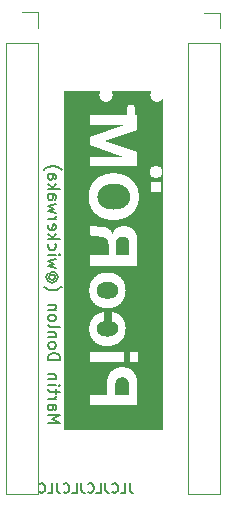
<source format=gbr>
%TF.GenerationSoftware,KiCad,Pcbnew,7.0.5-0*%
%TF.CreationDate,2023-07-15T08:41:56-07:00*%
%TF.ProjectId,PicoROM,5069636f-524f-44d2-9e6b-696361645f70,1.1*%
%TF.SameCoordinates,Original*%
%TF.FileFunction,Legend,Bot*%
%TF.FilePolarity,Positive*%
%FSLAX46Y46*%
G04 Gerber Fmt 4.6, Leading zero omitted, Abs format (unit mm)*
G04 Created by KiCad (PCBNEW 7.0.5-0) date 2023-07-15 08:41:56*
%MOMM*%
%LPD*%
G01*
G04 APERTURE LIST*
G04 Aperture macros list*
%AMRoundRect*
0 Rectangle with rounded corners*
0 $1 Rounding radius*
0 $2 $3 $4 $5 $6 $7 $8 $9 X,Y pos of 4 corners*
0 Add a 4 corners polygon primitive as box body*
4,1,4,$2,$3,$4,$5,$6,$7,$8,$9,$2,$3,0*
0 Add four circle primitives for the rounded corners*
1,1,$1+$1,$2,$3*
1,1,$1+$1,$4,$5*
1,1,$1+$1,$6,$7*
1,1,$1+$1,$8,$9*
0 Add four rect primitives between the rounded corners*
20,1,$1+$1,$2,$3,$4,$5,0*
20,1,$1+$1,$4,$5,$6,$7,0*
20,1,$1+$1,$6,$7,$8,$9,0*
20,1,$1+$1,$8,$9,$2,$3,0*%
G04 Aperture macros list end*
%ADD10C,1.000000*%
%ADD11C,0.150000*%
%ADD12C,0.120000*%
%ADD13C,0.762000*%
%ADD14O,0.682000X1.102000*%
%ADD15C,1.202000*%
%ADD16RoundRect,0.051000X0.500000X0.500000X-0.500000X0.500000X-0.500000X-0.500000X0.500000X-0.500000X0*%
%ADD17O,1.102000X1.102000*%
%ADD18C,1.802000*%
%ADD19O,1.802000X1.802000*%
G04 APERTURE END LIST*
D10*
G36*
X-39693398Y26183480D02*
G01*
X-39647954Y26181969D01*
X-39604768Y26178443D01*
X-39563842Y26172902D01*
X-39525176Y26165345D01*
X-39480019Y26153066D01*
X-39438393Y26137639D01*
X-39400297Y26119063D01*
X-39371828Y26102272D01*
X-39338602Y26079393D01*
X-39308000Y26054415D01*
X-39274741Y26021671D01*
X-39245260Y25985905D01*
X-39219557Y25947116D01*
X-39211665Y25933672D01*
X-39193404Y25898891D01*
X-39177242Y25862440D01*
X-39163179Y25824320D01*
X-39151215Y25784531D01*
X-39141350Y25743071D01*
X-39133584Y25699943D01*
X-39130863Y25682311D01*
X-39124828Y25637832D01*
X-39119891Y25592781D01*
X-39116051Y25547157D01*
X-39113308Y25500961D01*
X-39111662Y25454192D01*
X-39111114Y25406851D01*
X-39111114Y24721017D01*
X-40299111Y24721017D01*
X-40299111Y25406851D01*
X-40299027Y25425856D01*
X-40298082Y25472968D01*
X-40296088Y25519508D01*
X-40293045Y25565475D01*
X-40288952Y25610870D01*
X-40283809Y25655693D01*
X-40277617Y25699943D01*
X-40276173Y25708702D01*
X-40267748Y25751497D01*
X-40257320Y25792622D01*
X-40244889Y25832078D01*
X-40230454Y25869864D01*
X-40214015Y25905981D01*
X-40191644Y25947116D01*
X-40170230Y25979650D01*
X-40141195Y26015920D01*
X-40108520Y26049168D01*
X-40078510Y26074565D01*
X-40045971Y26097864D01*
X-40010904Y26119063D01*
X-40003507Y26123030D01*
X-39964433Y26140976D01*
X-39921877Y26155774D01*
X-39875838Y26167423D01*
X-39836500Y26174476D01*
X-39794932Y26179513D01*
X-39751137Y26182536D01*
X-39705112Y26183543D01*
X-39693398Y26183480D01*
G37*
G36*
X-40916160Y34260609D02*
G01*
X-40873936Y34259006D01*
X-40831896Y34256334D01*
X-40790039Y34252594D01*
X-40748365Y34247786D01*
X-40706874Y34241909D01*
X-40665567Y34234963D01*
X-40624442Y34226949D01*
X-40614221Y34224825D01*
X-40574081Y34215376D01*
X-40535132Y34204400D01*
X-40497374Y34191898D01*
X-40460806Y34177869D01*
X-40416771Y34158187D01*
X-40374596Y34136119D01*
X-40334282Y34111666D01*
X-40311063Y34095964D01*
X-40274198Y34067580D01*
X-40239622Y34036430D01*
X-40207337Y34002513D01*
X-40177340Y33965828D01*
X-40149634Y33926378D01*
X-40129118Y33892825D01*
X-40110342Y33857364D01*
X-40094069Y33819857D01*
X-40080300Y33780305D01*
X-40069034Y33738707D01*
X-40060272Y33695064D01*
X-40054013Y33649376D01*
X-40050258Y33601641D01*
X-40049006Y33551862D01*
X-40050258Y33502341D01*
X-40054013Y33454897D01*
X-40060272Y33409529D01*
X-40069034Y33366237D01*
X-40080300Y33325021D01*
X-40094069Y33285881D01*
X-40110342Y33248817D01*
X-40129118Y33213830D01*
X-40139193Y33197183D01*
X-40165983Y33157369D01*
X-40195063Y33120132D01*
X-40226433Y33085470D01*
X-40260093Y33053385D01*
X-40296042Y33023875D01*
X-40334282Y32996942D01*
X-40342196Y32991920D01*
X-40382882Y32968182D01*
X-40425429Y32946735D01*
X-40469837Y32927577D01*
X-40506702Y32913899D01*
X-40544758Y32901687D01*
X-40584005Y32890940D01*
X-40624442Y32881659D01*
X-40665567Y32873874D01*
X-40706874Y32867127D01*
X-40748365Y32861418D01*
X-40790039Y32856746D01*
X-40831896Y32853113D01*
X-40873936Y32850518D01*
X-40916160Y32848961D01*
X-40958566Y32848442D01*
X-41000927Y32848961D01*
X-41043013Y32850518D01*
X-41084825Y32853113D01*
X-41126361Y32856746D01*
X-41167623Y32861418D01*
X-41208610Y32867127D01*
X-41249322Y32873874D01*
X-41289760Y32881659D01*
X-41299803Y32883842D01*
X-41339348Y32893490D01*
X-41377885Y32904603D01*
X-41415414Y32917181D01*
X-41451936Y32931225D01*
X-41496172Y32950841D01*
X-41538833Y32972747D01*
X-41579920Y32996942D01*
X-41595838Y33007406D01*
X-41633863Y33035370D01*
X-41669359Y33065910D01*
X-41702327Y33099026D01*
X-41732767Y33134718D01*
X-41760678Y33172986D01*
X-41786061Y33213830D01*
X-41803921Y33248817D01*
X-41819400Y33285881D01*
X-41832498Y33325021D01*
X-41843214Y33366237D01*
X-41851549Y33409529D01*
X-41857502Y33454897D01*
X-41861074Y33502341D01*
X-41862265Y33551862D01*
X-41861074Y33601641D01*
X-41857502Y33649376D01*
X-41851549Y33695064D01*
X-41843214Y33738707D01*
X-41832498Y33780305D01*
X-41819400Y33819857D01*
X-41803921Y33857364D01*
X-41786061Y33892825D01*
X-41776211Y33909822D01*
X-41749817Y33950380D01*
X-41720894Y33988171D01*
X-41689443Y34023195D01*
X-41655464Y34055452D01*
X-41618956Y34084943D01*
X-41579920Y34111666D01*
X-41571829Y34116748D01*
X-41530427Y34140724D01*
X-41487450Y34162314D01*
X-41442900Y34181520D01*
X-41406126Y34195167D01*
X-41368345Y34207287D01*
X-41329556Y34217881D01*
X-41289760Y34226949D01*
X-41249322Y34234963D01*
X-41208610Y34241909D01*
X-41167623Y34247786D01*
X-41126361Y34252594D01*
X-41084825Y34256334D01*
X-41043013Y34259006D01*
X-41000927Y34260609D01*
X-40958566Y34261143D01*
X-40916160Y34260609D01*
G37*
G36*
X-39629290Y38101999D02*
G01*
X-39577988Y38098873D01*
X-39529502Y38093069D01*
X-39483832Y38084585D01*
X-39440979Y38073423D01*
X-39400942Y38059581D01*
X-39363722Y38043060D01*
X-39318476Y38016865D01*
X-39278237Y37985907D01*
X-39243005Y37950187D01*
X-39234890Y37940574D01*
X-39205009Y37899144D01*
X-39185302Y37864946D01*
X-39167914Y37828069D01*
X-39152845Y37788513D01*
X-39140094Y37746278D01*
X-39129661Y37701364D01*
X-39121546Y37653771D01*
X-39115750Y37603499D01*
X-39112273Y37550548D01*
X-39111114Y37494918D01*
X-39111114Y36526740D01*
X-40236585Y36526740D01*
X-40236585Y37494918D01*
X-40236454Y37513759D01*
X-40234493Y37568496D01*
X-40230180Y37620554D01*
X-40223514Y37669933D01*
X-40214495Y37716633D01*
X-40203123Y37760654D01*
X-40189399Y37801996D01*
X-40173322Y37840659D01*
X-40154892Y37876643D01*
X-40134109Y37909948D01*
X-40102740Y37950187D01*
X-40066408Y37985907D01*
X-40024826Y38016865D01*
X-39990193Y38036958D01*
X-39952606Y38054372D01*
X-39912066Y38069106D01*
X-39868572Y38081162D01*
X-39822124Y38090539D01*
X-39772722Y38097236D01*
X-39720366Y38101255D01*
X-39665056Y38102594D01*
X-39629290Y38101999D01*
G37*
G36*
X-40407497Y42575914D02*
G01*
X-40357829Y42574691D01*
X-40308453Y42572422D01*
X-40259369Y42569104D01*
X-40210577Y42564739D01*
X-40162076Y42559327D01*
X-40113868Y42552867D01*
X-40065951Y42545359D01*
X-40018327Y42536804D01*
X-39970994Y42527201D01*
X-39923954Y42516551D01*
X-39892904Y42508945D01*
X-39847132Y42496492D01*
X-39802321Y42482785D01*
X-39758472Y42467824D01*
X-39715584Y42451609D01*
X-39673658Y42434141D01*
X-39632694Y42415419D01*
X-39592692Y42395444D01*
X-39553651Y42374215D01*
X-39515572Y42351732D01*
X-39478455Y42327996D01*
X-39454221Y42311566D01*
X-39419045Y42285764D01*
X-39385276Y42258570D01*
X-39352916Y42229985D01*
X-39321964Y42200009D01*
X-39292420Y42168641D01*
X-39264284Y42135883D01*
X-39237557Y42101734D01*
X-39212238Y42066194D01*
X-39188327Y42029263D01*
X-39165824Y41990940D01*
X-39151627Y41964578D01*
X-39132050Y41923716D01*
X-39114533Y41881275D01*
X-39099077Y41837254D01*
X-39085682Y41791654D01*
X-39074347Y41744473D01*
X-39065074Y41695712D01*
X-39057861Y41645371D01*
X-39052709Y41593451D01*
X-39049618Y41539950D01*
X-39048587Y41484869D01*
X-39049045Y41447855D01*
X-39051450Y41393665D01*
X-39055915Y41341071D01*
X-39062441Y41290075D01*
X-39071027Y41240676D01*
X-39081675Y41192874D01*
X-39094383Y41146669D01*
X-39109152Y41102062D01*
X-39125982Y41059051D01*
X-39144872Y41017638D01*
X-39165824Y40977821D01*
X-39180669Y40952115D01*
X-39204111Y40914700D01*
X-39228961Y40878659D01*
X-39255219Y40843991D01*
X-39282885Y40810698D01*
X-39311959Y40778779D01*
X-39342442Y40748233D01*
X-39374333Y40719061D01*
X-39407632Y40691263D01*
X-39442339Y40664839D01*
X-39478455Y40639789D01*
X-39503093Y40623940D01*
X-39540851Y40601182D01*
X-39579571Y40579644D01*
X-39619253Y40559325D01*
X-39659897Y40540226D01*
X-39701502Y40522345D01*
X-39744069Y40505684D01*
X-39787598Y40490243D01*
X-39832088Y40476020D01*
X-39877540Y40463017D01*
X-39923954Y40451234D01*
X-39955282Y40444135D01*
X-40002517Y40434346D01*
X-40050044Y40425588D01*
X-40097863Y40417860D01*
X-40145974Y40411162D01*
X-40194377Y40405495D01*
X-40243072Y40400858D01*
X-40292059Y40397252D01*
X-40341338Y40394676D01*
X-40390909Y40393130D01*
X-40440772Y40392615D01*
X-40472714Y40392844D01*
X-40520427Y40394046D01*
X-40567900Y40396279D01*
X-40615132Y40399542D01*
X-40662124Y40403835D01*
X-40708876Y40409159D01*
X-40755387Y40415513D01*
X-40801658Y40422898D01*
X-40847688Y40431313D01*
X-40893478Y40440758D01*
X-40939027Y40451234D01*
X-40969004Y40458954D01*
X-41013268Y40471551D01*
X-41056691Y40485367D01*
X-41099272Y40500402D01*
X-41141012Y40516656D01*
X-41181910Y40534130D01*
X-41221967Y40552823D01*
X-41261182Y40572736D01*
X-41299556Y40593868D01*
X-41337088Y40616219D01*
X-41373779Y40639789D01*
X-41397543Y40656337D01*
X-41432087Y40682303D01*
X-41465309Y40709643D01*
X-41497209Y40738356D01*
X-41527786Y40768444D01*
X-41557041Y40799906D01*
X-41584973Y40832741D01*
X-41611583Y40866950D01*
X-41636871Y40902533D01*
X-41660836Y40939490D01*
X-41683479Y40977821D01*
X-41697558Y41004188D01*
X-41716972Y41045069D01*
X-41734343Y41087547D01*
X-41749670Y41131623D01*
X-41762954Y41177295D01*
X-41774193Y41224565D01*
X-41783390Y41273431D01*
X-41790542Y41323895D01*
X-41795652Y41375956D01*
X-41798717Y41429614D01*
X-41799739Y41484869D01*
X-41799285Y41521765D01*
X-41796900Y41575793D01*
X-41792473Y41628240D01*
X-41786001Y41679107D01*
X-41777486Y41728395D01*
X-41766927Y41776102D01*
X-41754325Y41822230D01*
X-41739679Y41866777D01*
X-41722989Y41909745D01*
X-41704256Y41951133D01*
X-41683479Y41990940D01*
X-41668531Y42016643D01*
X-41645006Y42054038D01*
X-41620159Y42090042D01*
X-41593990Y42124655D01*
X-41566498Y42157877D01*
X-41537684Y42189707D01*
X-41507548Y42220147D01*
X-41476089Y42249196D01*
X-41443308Y42276853D01*
X-41409205Y42303120D01*
X-41373779Y42327996D01*
X-41349412Y42343959D01*
X-41312160Y42366860D01*
X-41274067Y42388507D01*
X-41235132Y42408900D01*
X-41195356Y42428040D01*
X-41154738Y42445926D01*
X-41113279Y42462558D01*
X-41070978Y42477937D01*
X-41027836Y42492062D01*
X-40983852Y42504933D01*
X-40939027Y42516551D01*
X-40908687Y42523768D01*
X-40862978Y42533720D01*
X-40817028Y42542624D01*
X-40770837Y42550481D01*
X-40724406Y42557290D01*
X-40677735Y42563052D01*
X-40630823Y42567766D01*
X-40583671Y42571432D01*
X-40536278Y42574051D01*
X-40488645Y42575623D01*
X-40440772Y42576146D01*
X-40407497Y42575914D01*
G37*
G36*
X-36226843Y21765429D02*
G01*
X-44621481Y21765429D01*
X-44621481Y23836858D01*
X-42425000Y23836858D01*
X-38423326Y23836858D01*
X-38423326Y25649140D01*
X-38423753Y25695840D01*
X-38425035Y25741662D01*
X-38427173Y25786607D01*
X-38430164Y25830674D01*
X-38434011Y25873863D01*
X-38438713Y25916174D01*
X-38444270Y25957607D01*
X-38450681Y25998163D01*
X-38457947Y26037841D01*
X-38466068Y26076641D01*
X-38479853Y26133196D01*
X-38495561Y26187776D01*
X-38513192Y26240380D01*
X-38532746Y26291010D01*
X-38546581Y26323716D01*
X-38568376Y26371315D01*
X-38591426Y26417162D01*
X-38615729Y26461257D01*
X-38641286Y26503601D01*
X-38668096Y26544193D01*
X-38696160Y26583033D01*
X-38725478Y26620122D01*
X-38756049Y26655459D01*
X-38787874Y26689044D01*
X-38820953Y26720878D01*
X-38843500Y26741287D01*
X-38878064Y26770585D01*
X-38913521Y26798303D01*
X-38949871Y26824440D01*
X-38987115Y26848998D01*
X-39025251Y26871976D01*
X-39064280Y26893374D01*
X-39104202Y26913192D01*
X-39145018Y26931430D01*
X-39186726Y26948088D01*
X-39229327Y26963167D01*
X-39258090Y26972394D01*
X-39301479Y26985120D01*
X-39345159Y26996506D01*
X-39389132Y27006552D01*
X-39433396Y27015259D01*
X-39477952Y27022626D01*
X-39522800Y27028654D01*
X-39567940Y27033343D01*
X-39613372Y27036691D01*
X-39659096Y27038701D01*
X-39705112Y27039370D01*
X-39735123Y27039073D01*
X-39780026Y27037510D01*
X-39824791Y27034608D01*
X-39869419Y27030366D01*
X-39913909Y27024784D01*
X-39958262Y27017864D01*
X-40002478Y27009603D01*
X-40046556Y27000003D01*
X-40090497Y26989064D01*
X-40134300Y26976785D01*
X-40177966Y26963167D01*
X-40206825Y26953290D01*
X-40249341Y26937159D01*
X-40290929Y26919447D01*
X-40331589Y26900156D01*
X-40371323Y26879284D01*
X-40410129Y26856833D01*
X-40448007Y26832802D01*
X-40484959Y26807191D01*
X-40520982Y26780000D01*
X-40556079Y26751229D01*
X-40590248Y26720878D01*
X-40612325Y26699850D01*
X-40644425Y26666848D01*
X-40675306Y26632095D01*
X-40704967Y26595591D01*
X-40733409Y26557334D01*
X-40760631Y26517326D01*
X-40786635Y26475566D01*
X-40811419Y26432055D01*
X-40834983Y26386792D01*
X-40857329Y26339777D01*
X-40878455Y26291010D01*
X-40897835Y26240380D01*
X-40915309Y26187776D01*
X-40930876Y26133196D01*
X-40944538Y26076641D01*
X-40952586Y26037841D01*
X-40959788Y25998163D01*
X-40966142Y25957607D01*
X-40971649Y25916174D01*
X-40976308Y25873863D01*
X-40980121Y25830674D01*
X-40983086Y25786607D01*
X-40985204Y25741662D01*
X-40986475Y25695840D01*
X-40986899Y25649140D01*
X-40986899Y24721017D01*
X-42425000Y24721017D01*
X-42425000Y23836858D01*
X-44621481Y23836858D01*
X-44621481Y28306502D01*
X-42425000Y28306502D01*
X-42425000Y27507340D01*
X-39515580Y27507340D01*
X-39515580Y28306502D01*
X-39048587Y28306502D01*
X-39048587Y27507340D01*
X-38360800Y27507340D01*
X-38360800Y28306502D01*
X-39048587Y28306502D01*
X-39515580Y28306502D01*
X-42425000Y28306502D01*
X-44621481Y28306502D01*
X-44621481Y30305386D01*
X-42487527Y30305386D01*
X-42487099Y30264807D01*
X-42485817Y30224648D01*
X-42483680Y30184909D01*
X-42480688Y30145590D01*
X-42474597Y30087398D01*
X-42466583Y30030151D01*
X-42456645Y29973848D01*
X-42444784Y29918490D01*
X-42431000Y29864076D01*
X-42415292Y29810607D01*
X-42397661Y29758082D01*
X-42378106Y29706502D01*
X-42363970Y29672747D01*
X-42341508Y29623302D01*
X-42317534Y29575283D01*
X-42292048Y29528689D01*
X-42265052Y29483520D01*
X-42236544Y29439777D01*
X-42206525Y29397459D01*
X-42174995Y29356566D01*
X-42141954Y29317099D01*
X-42107401Y29279057D01*
X-42071337Y29242441D01*
X-42046371Y29218833D01*
X-42007805Y29184653D01*
X-41967900Y29151949D01*
X-41926655Y29120722D01*
X-41884071Y29090972D01*
X-41840148Y29062699D01*
X-41794884Y29035903D01*
X-41748282Y29010584D01*
X-41700340Y28986741D01*
X-41651058Y28964376D01*
X-41600437Y28943488D01*
X-41583288Y28936936D01*
X-41531224Y28918529D01*
X-41478233Y28901994D01*
X-41424315Y28887331D01*
X-41369469Y28874540D01*
X-41313696Y28863620D01*
X-41256995Y28854573D01*
X-41199367Y28847397D01*
X-41160433Y28843653D01*
X-41121087Y28840741D01*
X-41081329Y28838662D01*
X-41041159Y28837414D01*
X-41000576Y28836998D01*
X-40958509Y28837383D01*
X-40916816Y28838539D01*
X-40875497Y28840467D01*
X-40834552Y28843165D01*
X-40793981Y28846634D01*
X-40753784Y28850874D01*
X-40713961Y28855885D01*
X-40674512Y28861666D01*
X-40635437Y28868219D01*
X-40596736Y28875542D01*
X-40539386Y28887973D01*
X-40482877Y28902138D01*
X-40427209Y28918038D01*
X-40372384Y28935672D01*
X-40336423Y28948365D01*
X-40283640Y28968750D01*
X-40232249Y28990749D01*
X-40182249Y29014362D01*
X-40133640Y29039590D01*
X-40086422Y29066431D01*
X-40040595Y29094888D01*
X-39996159Y29124958D01*
X-39953114Y29156643D01*
X-39911460Y29189942D01*
X-39871197Y29224855D01*
X-39845182Y29249119D01*
X-39807518Y29286746D01*
X-39771485Y29325850D01*
X-39737084Y29366430D01*
X-39704315Y29408488D01*
X-39673176Y29452022D01*
X-39643670Y29497033D01*
X-39615795Y29543522D01*
X-39589551Y29591487D01*
X-39564939Y29640929D01*
X-39541958Y29691848D01*
X-39534685Y29709204D01*
X-39514252Y29762190D01*
X-39495896Y29816549D01*
X-39479619Y29872282D01*
X-39469922Y29910201D01*
X-39461148Y29948730D01*
X-39453298Y29987870D01*
X-39446371Y30027621D01*
X-39440368Y30067982D01*
X-39435289Y30108953D01*
X-39431133Y30150536D01*
X-39427900Y30192729D01*
X-39425591Y30235532D01*
X-39424206Y30278946D01*
X-39423744Y30322971D01*
X-39424015Y30355139D01*
X-39425438Y30403118D01*
X-39428080Y30450771D01*
X-39431941Y30498098D01*
X-39437021Y30545099D01*
X-39443321Y30591773D01*
X-39450840Y30638121D01*
X-39459578Y30684142D01*
X-39469536Y30729838D01*
X-39480713Y30775207D01*
X-39493109Y30820250D01*
X-39501940Y30849971D01*
X-39516246Y30893809D01*
X-39531822Y30936753D01*
X-39548669Y30978805D01*
X-39566787Y31019964D01*
X-39586175Y31060230D01*
X-39606835Y31099602D01*
X-39628765Y31138082D01*
X-39651966Y31175669D01*
X-39676438Y31212362D01*
X-39702181Y31248163D01*
X-39720038Y31271458D01*
X-39747838Y31305369D01*
X-39776858Y31338044D01*
X-39807098Y31369483D01*
X-39838557Y31399685D01*
X-39871234Y31428651D01*
X-39905132Y31456380D01*
X-39940248Y31482873D01*
X-39976584Y31508129D01*
X-40014139Y31532149D01*
X-40052914Y31554932D01*
X-40079353Y31569312D01*
X-40120157Y31589393D01*
X-40162335Y31607689D01*
X-40205886Y31624198D01*
X-40250812Y31638921D01*
X-40297111Y31651858D01*
X-40344784Y31663010D01*
X-40393831Y31672375D01*
X-40444252Y31679954D01*
X-40496047Y31685747D01*
X-40549215Y31689754D01*
X-40549215Y30908177D01*
X-40488643Y30896595D01*
X-40431979Y30881631D01*
X-40379222Y30863286D01*
X-40330374Y30841560D01*
X-40285433Y30816452D01*
X-40244400Y30787964D01*
X-40207275Y30756094D01*
X-40174058Y30720843D01*
X-40144749Y30682210D01*
X-40119348Y30640197D01*
X-40097855Y30594802D01*
X-40080269Y30546026D01*
X-40066592Y30493869D01*
X-40056822Y30438330D01*
X-40050960Y30379410D01*
X-40049006Y30317109D01*
X-40049753Y30281747D01*
X-40053073Y30236279D01*
X-40059050Y30192735D01*
X-40067682Y30151115D01*
X-40078971Y30111418D01*
X-40092915Y30073644D01*
X-40109516Y30037794D01*
X-40134003Y29995686D01*
X-40150377Y29971918D01*
X-40179615Y29934137D01*
X-40211285Y29898645D01*
X-40245389Y29865443D01*
X-40281925Y29834531D01*
X-40320894Y29805909D01*
X-40353821Y29784660D01*
X-40387710Y29765121D01*
X-40422453Y29747047D01*
X-40458052Y29730438D01*
X-40494505Y29715295D01*
X-40531813Y29701617D01*
X-40569976Y29689405D01*
X-40608994Y29678659D01*
X-40648867Y29669377D01*
X-40689136Y29661592D01*
X-40729345Y29654845D01*
X-40769492Y29649136D01*
X-40809578Y29644465D01*
X-40849604Y29640831D01*
X-40889568Y29638236D01*
X-40929471Y29636679D01*
X-40969313Y29636160D01*
X-40988509Y29636290D01*
X-41036699Y29637750D01*
X-41085176Y29640831D01*
X-41124163Y29644465D01*
X-41163334Y29649136D01*
X-41202687Y29654845D01*
X-41242224Y29661592D01*
X-41281944Y29669377D01*
X-41321053Y29678567D01*
X-41359247Y29689039D01*
X-41396524Y29700793D01*
X-41441833Y29717289D01*
X-41485711Y29735788D01*
X-41528158Y29756292D01*
X-41569174Y29778798D01*
X-41585110Y29788530D01*
X-41623350Y29814662D01*
X-41659299Y29843370D01*
X-41692959Y29874654D01*
X-41724329Y29908514D01*
X-41753409Y29944950D01*
X-41780199Y29983962D01*
X-41794865Y30008815D01*
X-41816103Y30052411D01*
X-41830208Y30089246D01*
X-41841749Y30127821D01*
X-41850725Y30168136D01*
X-41857136Y30210192D01*
X-41860983Y30253988D01*
X-41862265Y30299524D01*
X-41861639Y30334909D01*
X-41858353Y30386039D01*
X-41852251Y30434834D01*
X-41843332Y30481294D01*
X-41831597Y30525418D01*
X-41817046Y30567206D01*
X-41799678Y30606659D01*
X-41779493Y30643777D01*
X-41756493Y30678558D01*
X-41730675Y30711004D01*
X-41702042Y30741115D01*
X-41681586Y30760078D01*
X-41649300Y30786820D01*
X-41615091Y30811518D01*
X-41578959Y30834172D01*
X-41540902Y30854783D01*
X-41500923Y30873351D01*
X-41459020Y30889874D01*
X-41415194Y30904354D01*
X-41369444Y30916790D01*
X-41321771Y30927183D01*
X-41272174Y30935532D01*
X-41272174Y31706363D01*
X-41343573Y31695448D01*
X-41412934Y31682244D01*
X-41480258Y31666750D01*
X-41545543Y31648966D01*
X-41608791Y31628892D01*
X-41670000Y31606528D01*
X-41729172Y31581875D01*
X-41786305Y31554932D01*
X-41841401Y31525699D01*
X-41894459Y31494177D01*
X-41945479Y31460364D01*
X-41994461Y31424262D01*
X-42041406Y31385870D01*
X-42086312Y31345189D01*
X-42129180Y31302217D01*
X-42170011Y31256956D01*
X-42208460Y31209733D01*
X-42244429Y31160877D01*
X-42277917Y31110387D01*
X-42308924Y31058264D01*
X-42337451Y31004508D01*
X-42363497Y30949118D01*
X-42387063Y30892095D01*
X-42408148Y30833439D01*
X-42426752Y30773149D01*
X-42442876Y30711226D01*
X-42456519Y30647669D01*
X-42467682Y30582479D01*
X-42476364Y30515656D01*
X-42482565Y30447199D01*
X-42486286Y30377109D01*
X-42487527Y30305386D01*
X-44621481Y30305386D01*
X-44621481Y33551862D01*
X-42487527Y33551862D01*
X-42487423Y33530435D01*
X-42486591Y33487983D01*
X-42484927Y33446064D01*
X-42482431Y33404681D01*
X-42479103Y33363831D01*
X-42474943Y33323516D01*
X-42469952Y33283735D01*
X-42464128Y33244488D01*
X-42457472Y33205775D01*
X-42445929Y33148708D01*
X-42432514Y33092843D01*
X-42417227Y33038181D01*
X-42400068Y32984720D01*
X-42381037Y32932462D01*
X-42367245Y32898329D01*
X-42345211Y32848274D01*
X-42321564Y32799594D01*
X-42296302Y32752287D01*
X-42269425Y32706354D01*
X-42240935Y32661795D01*
X-42210830Y32618610D01*
X-42179111Y32576798D01*
X-42145777Y32536361D01*
X-42110830Y32497297D01*
X-42074268Y32459608D01*
X-42048916Y32435408D01*
X-42009701Y32400412D01*
X-41969060Y32366979D01*
X-41926994Y32335108D01*
X-41883503Y32304800D01*
X-41838586Y32276054D01*
X-41792244Y32248872D01*
X-41744476Y32223252D01*
X-41695283Y32199195D01*
X-41644665Y32176701D01*
X-41592621Y32155770D01*
X-41574909Y32149218D01*
X-41520997Y32130811D01*
X-41465916Y32114276D01*
X-41409668Y32099613D01*
X-41371520Y32090877D01*
X-41332853Y32082974D01*
X-41293668Y32075902D01*
X-41253963Y32069662D01*
X-41213739Y32064255D01*
X-41172996Y32059679D01*
X-41131735Y32055935D01*
X-41089954Y32053023D01*
X-41047654Y32050944D01*
X-41004835Y32049696D01*
X-40961497Y32049280D01*
X-40939702Y32049384D01*
X-40896493Y32050216D01*
X-40853797Y32051879D01*
X-40811611Y32054375D01*
X-40769938Y32057703D01*
X-40728775Y32061863D01*
X-40688124Y32066855D01*
X-40647984Y32072678D01*
X-40608356Y32079334D01*
X-40569239Y32086821D01*
X-40530633Y32095141D01*
X-40492539Y32104292D01*
X-40436356Y32119580D01*
X-40381324Y32136739D01*
X-40327443Y32155770D01*
X-40292238Y32169550D01*
X-40240675Y32191523D01*
X-40190606Y32215059D01*
X-40142031Y32240158D01*
X-40094950Y32266820D01*
X-40049364Y32295044D01*
X-40005271Y32324831D01*
X-39962673Y32356181D01*
X-39921569Y32389094D01*
X-39881958Y32423569D01*
X-39843842Y32459608D01*
X-39819162Y32484581D01*
X-39783473Y32523187D01*
X-39749381Y32563167D01*
X-39716886Y32604520D01*
X-39685989Y32647247D01*
X-39656688Y32691348D01*
X-39628985Y32736823D01*
X-39602878Y32783672D01*
X-39578369Y32831895D01*
X-39555457Y32881491D01*
X-39534142Y32932462D01*
X-39520774Y32967167D01*
X-39502338Y33020227D01*
X-39485843Y33074489D01*
X-39471289Y33129953D01*
X-39458675Y33186619D01*
X-39451344Y33225065D01*
X-39444875Y33264044D01*
X-39439269Y33303558D01*
X-39434525Y33343606D01*
X-39430644Y33384189D01*
X-39427626Y33425306D01*
X-39425469Y33466957D01*
X-39424176Y33509142D01*
X-39423744Y33551862D01*
X-39423852Y33573231D01*
X-39424715Y33615592D01*
X-39426440Y33657449D01*
X-39429027Y33698802D01*
X-39432477Y33739652D01*
X-39436789Y33779998D01*
X-39441964Y33819840D01*
X-39448002Y33859178D01*
X-39454902Y33898013D01*
X-39466869Y33955320D01*
X-39480776Y34011494D01*
X-39496624Y34066535D01*
X-39514413Y34120442D01*
X-39534142Y34173215D01*
X-39548175Y34207699D01*
X-39570554Y34258223D01*
X-39594531Y34307305D01*
X-39620105Y34354944D01*
X-39647276Y34401140D01*
X-39676044Y34445893D01*
X-39706410Y34489205D01*
X-39738372Y34531073D01*
X-39771932Y34571499D01*
X-39807088Y34610483D01*
X-39843842Y34648024D01*
X-39869087Y34672337D01*
X-39908199Y34707477D01*
X-39948805Y34741019D01*
X-39990906Y34772964D01*
X-40034500Y34803312D01*
X-40079589Y34832063D01*
X-40126172Y34859217D01*
X-40174248Y34884774D01*
X-40223819Y34908734D01*
X-40274884Y34931096D01*
X-40327443Y34951862D01*
X-40345276Y34958473D01*
X-40399540Y34977049D01*
X-40454956Y34993736D01*
X-40511522Y35008534D01*
X-40549872Y35017349D01*
X-40588733Y35025325D01*
X-40628106Y35032462D01*
X-40667990Y35038759D01*
X-40708385Y35044216D01*
X-40749292Y35048834D01*
X-40790711Y35052612D01*
X-40832640Y35055550D01*
X-40875081Y35057649D01*
X-40918034Y35058909D01*
X-40961497Y35059328D01*
X-41004835Y35058909D01*
X-41047654Y35057649D01*
X-41089954Y35055550D01*
X-41131735Y35052612D01*
X-41172996Y35048834D01*
X-41213739Y35044216D01*
X-41253963Y35038759D01*
X-41293668Y35032462D01*
X-41332853Y35025325D01*
X-41371520Y35017349D01*
X-41428547Y35003811D01*
X-41484406Y34988384D01*
X-41539097Y34971067D01*
X-41592621Y34951862D01*
X-41627475Y34938195D01*
X-41678569Y34916365D01*
X-41728237Y34892938D01*
X-41776479Y34867914D01*
X-41823297Y34841292D01*
X-41868689Y34813073D01*
X-41912655Y34783258D01*
X-41955197Y34751845D01*
X-41996312Y34718835D01*
X-42036003Y34684228D01*
X-42074268Y34648024D01*
X-42098822Y34623157D01*
X-42134308Y34584654D01*
X-42168179Y34544709D01*
X-42200436Y34503321D01*
X-42231079Y34460491D01*
X-42260108Y34416218D01*
X-42287522Y34370503D01*
X-42313322Y34323345D01*
X-42337508Y34274744D01*
X-42360080Y34224701D01*
X-42381037Y34173215D01*
X-42393932Y34138159D01*
X-42411715Y34084630D01*
X-42427626Y34029967D01*
X-42441665Y33974171D01*
X-42453833Y33917241D01*
X-42460904Y33878659D01*
X-42467144Y33839572D01*
X-42472552Y33799982D01*
X-42477127Y33759888D01*
X-42480871Y33719290D01*
X-42483783Y33678189D01*
X-42485863Y33636583D01*
X-42487111Y33594474D01*
X-42487527Y33551862D01*
X-44621481Y33551862D01*
X-44621481Y39103990D01*
X-42425000Y39103990D01*
X-42425000Y38220808D01*
X-42400904Y38211870D01*
X-42363701Y38199294D01*
X-42325227Y38187713D01*
X-42285482Y38177128D01*
X-42244467Y38167540D01*
X-42202180Y38158948D01*
X-42158623Y38151351D01*
X-42113795Y38144751D01*
X-42067696Y38139147D01*
X-42020326Y38134539D01*
X-41971686Y38130927D01*
X-41938801Y38128782D01*
X-41889802Y38125307D01*
X-41841199Y38121523D01*
X-41792991Y38117430D01*
X-41745177Y38113028D01*
X-41697759Y38108317D01*
X-41650735Y38103297D01*
X-41604107Y38097967D01*
X-41557874Y38092329D01*
X-41512035Y38086381D01*
X-41466592Y38080124D01*
X-41428047Y38074110D01*
X-41372692Y38063599D01*
X-41320290Y38051303D01*
X-41270842Y38037221D01*
X-41224348Y38021353D01*
X-41180808Y38003699D01*
X-41140222Y37984259D01*
X-41102590Y37963032D01*
X-41067911Y37940020D01*
X-41036186Y37915222D01*
X-41007415Y37888638D01*
X-40998459Y37879297D01*
X-40973297Y37849101D01*
X-40950694Y37815641D01*
X-40930650Y37778919D01*
X-40913165Y37738934D01*
X-40898238Y37695686D01*
X-40885871Y37649175D01*
X-40876062Y37599401D01*
X-40868812Y37546364D01*
X-40864121Y37490064D01*
X-40862415Y37450718D01*
X-40861846Y37409922D01*
X-40861846Y36526740D01*
X-42425000Y36526740D01*
X-42425000Y35642580D01*
X-38423326Y35642580D01*
X-38423326Y37809503D01*
X-38423665Y37843002D01*
X-38425449Y37892479D01*
X-38428760Y37941028D01*
X-38433600Y37988649D01*
X-38439969Y38035344D01*
X-38447865Y38081111D01*
X-38457291Y38125950D01*
X-38468244Y38169862D01*
X-38480727Y38212847D01*
X-38494737Y38254905D01*
X-38510276Y38296035D01*
X-38521397Y38322901D01*
X-38539022Y38362286D01*
X-38557781Y38400571D01*
X-38577674Y38437757D01*
X-38598700Y38473843D01*
X-38620859Y38508831D01*
X-38644152Y38542720D01*
X-38668578Y38575510D01*
X-38694138Y38607200D01*
X-38720831Y38637791D01*
X-38748657Y38667284D01*
X-38767773Y38686411D01*
X-38797148Y38714014D01*
X-38827364Y38740312D01*
X-38858422Y38765305D01*
X-38890322Y38788993D01*
X-38923063Y38811376D01*
X-38956645Y38832453D01*
X-38991069Y38852225D01*
X-39026335Y38870692D01*
X-39062441Y38887854D01*
X-39099390Y38903711D01*
X-39124421Y38913649D01*
X-39162411Y38927353D01*
X-39200934Y38939615D01*
X-39239989Y38950434D01*
X-39279576Y38959810D01*
X-39319696Y38967745D01*
X-39360348Y38974236D01*
X-39401533Y38979285D01*
X-39443249Y38982891D01*
X-39485499Y38985055D01*
X-39528280Y38985776D01*
X-39550291Y38985631D01*
X-39593751Y38984463D01*
X-39636463Y38982127D01*
X-39678427Y38978624D01*
X-39719643Y38973953D01*
X-39760111Y38968114D01*
X-39799831Y38961107D01*
X-39838803Y38952933D01*
X-39877027Y38943590D01*
X-39932960Y38927387D01*
X-39987211Y38908557D01*
X-40039778Y38887099D01*
X-40090663Y38863013D01*
X-40139864Y38836300D01*
X-40155864Y38826834D01*
X-40202421Y38796214D01*
X-40246814Y38762262D01*
X-40289043Y38724979D01*
X-40329109Y38684364D01*
X-40367010Y38640417D01*
X-40391076Y38609269D01*
X-40414180Y38576639D01*
X-40436322Y38542529D01*
X-40457502Y38506938D01*
X-40477721Y38469867D01*
X-40496978Y38431315D01*
X-40515273Y38391282D01*
X-40532607Y38349768D01*
X-40543354Y38349768D01*
X-40555337Y38389671D01*
X-40568816Y38427804D01*
X-40583791Y38464165D01*
X-40604614Y38507127D01*
X-40627774Y38547322D01*
X-40653271Y38584751D01*
X-40681107Y38619412D01*
X-40692720Y38632689D01*
X-40722921Y38664512D01*
X-40754792Y38694380D01*
X-40788332Y38722291D01*
X-40823542Y38748247D01*
X-40860422Y38772246D01*
X-40898971Y38794290D01*
X-40914824Y38802575D01*
X-40955325Y38822053D01*
X-40997065Y38839765D01*
X-41040046Y38855712D01*
X-41084268Y38869895D01*
X-41129729Y38882312D01*
X-41176431Y38892964D01*
X-41195356Y38896792D01*
X-41242635Y38905660D01*
X-41289867Y38913526D01*
X-41337050Y38920391D01*
X-41384186Y38926254D01*
X-41431275Y38931115D01*
X-41478315Y38934974D01*
X-41490413Y38935703D01*
X-41534798Y38938194D01*
X-41575373Y38940255D01*
X-41618284Y38942247D01*
X-41663530Y38944170D01*
X-41703019Y38945721D01*
X-41719162Y38946484D01*
X-41759719Y38948659D01*
X-41800563Y38951216D01*
X-41841693Y38954155D01*
X-41883110Y38957475D01*
X-41924812Y38961177D01*
X-41966801Y38965260D01*
X-41975153Y38966191D01*
X-42016512Y38971305D01*
X-42057203Y38977182D01*
X-42097227Y38983823D01*
X-42136582Y38991226D01*
X-42175270Y38999393D01*
X-42220813Y39010201D01*
X-42235693Y39014231D01*
X-42278638Y39027786D01*
X-42319041Y39043540D01*
X-42356903Y39061492D01*
X-42392222Y39081642D01*
X-42425000Y39103990D01*
X-44621481Y39103990D01*
X-44621481Y41484869D01*
X-42550053Y41484869D01*
X-42549419Y41427472D01*
X-42547519Y41370808D01*
X-42544351Y41314876D01*
X-42539917Y41259677D01*
X-42534215Y41205211D01*
X-42527247Y41151478D01*
X-42519011Y41098477D01*
X-42509509Y41046209D01*
X-42498739Y40994674D01*
X-42486702Y40943871D01*
X-42473399Y40893802D01*
X-42458828Y40844465D01*
X-42442991Y40795860D01*
X-42425886Y40747989D01*
X-42407514Y40700850D01*
X-42387876Y40654444D01*
X-42367126Y40608850D01*
X-42345423Y40564150D01*
X-42322766Y40520343D01*
X-42299154Y40477429D01*
X-42274589Y40435407D01*
X-42249069Y40394279D01*
X-42222596Y40354044D01*
X-42195168Y40314702D01*
X-42166786Y40276253D01*
X-42137450Y40238697D01*
X-42107160Y40202033D01*
X-42075916Y40166263D01*
X-42043718Y40131386D01*
X-42010566Y40097402D01*
X-41976460Y40064311D01*
X-41941400Y40032113D01*
X-41905355Y40000945D01*
X-41868539Y39970701D01*
X-41830952Y39941380D01*
X-41792595Y39912983D01*
X-41753466Y39885510D01*
X-41713567Y39858960D01*
X-41672897Y39833334D01*
X-41631455Y39808631D01*
X-41589243Y39784851D01*
X-41546261Y39761996D01*
X-41502507Y39740063D01*
X-41457982Y39719055D01*
X-41412686Y39698969D01*
X-41366620Y39679808D01*
X-41319783Y39661570D01*
X-41272174Y39644255D01*
X-41223944Y39627929D01*
X-41175240Y39612656D01*
X-41126064Y39598437D01*
X-41076414Y39585271D01*
X-41026290Y39573158D01*
X-40975694Y39562098D01*
X-40924624Y39552092D01*
X-40873081Y39543139D01*
X-40821065Y39535239D01*
X-40768576Y39528393D01*
X-40715614Y39522599D01*
X-40662178Y39517860D01*
X-40608269Y39514173D01*
X-40553887Y39511540D01*
X-40499031Y39509960D01*
X-40443703Y39509433D01*
X-40387050Y39509960D01*
X-40330908Y39511540D01*
X-40275278Y39514173D01*
X-40220159Y39517860D01*
X-40165552Y39522599D01*
X-40111456Y39528393D01*
X-40057871Y39535239D01*
X-40004798Y39543139D01*
X-39952236Y39552092D01*
X-39900186Y39562098D01*
X-39848647Y39573158D01*
X-39797619Y39585271D01*
X-39747103Y39598437D01*
X-39697098Y39612656D01*
X-39647604Y39627929D01*
X-39598622Y39644255D01*
X-39550285Y39661570D01*
X-39502726Y39679808D01*
X-39455946Y39698969D01*
X-39409945Y39719055D01*
X-39364722Y39740063D01*
X-39320277Y39761996D01*
X-39276611Y39784851D01*
X-39233723Y39808631D01*
X-39191614Y39833334D01*
X-39150284Y39858960D01*
X-39109732Y39885510D01*
X-39069959Y39912983D01*
X-39030964Y39941380D01*
X-38992747Y39970701D01*
X-38955310Y40000945D01*
X-38918650Y40032113D01*
X-38882869Y40064311D01*
X-38848064Y40097402D01*
X-38814236Y40131386D01*
X-38781386Y40166263D01*
X-38749512Y40202033D01*
X-38718615Y40238697D01*
X-38688696Y40276253D01*
X-38659753Y40314702D01*
X-38631787Y40354044D01*
X-38604798Y40394279D01*
X-38578786Y40435407D01*
X-38553751Y40477429D01*
X-38529693Y40520343D01*
X-38506613Y40564150D01*
X-38484509Y40608850D01*
X-38463382Y40654444D01*
X-38443388Y40700850D01*
X-38424684Y40747989D01*
X-38407271Y40795860D01*
X-38391147Y40844465D01*
X-38376313Y40893802D01*
X-38362769Y40943871D01*
X-38350515Y40994674D01*
X-38339550Y41046209D01*
X-38329876Y41098477D01*
X-38321492Y41151478D01*
X-38314397Y41205211D01*
X-38308593Y41259677D01*
X-38304078Y41314876D01*
X-38300853Y41370808D01*
X-38298918Y41427472D01*
X-38298273Y41484869D01*
X-38298918Y41542846D01*
X-38300853Y41600030D01*
X-38304078Y41656419D01*
X-38308593Y41712015D01*
X-38314397Y41766817D01*
X-38321492Y41820825D01*
X-38329876Y41874040D01*
X-38339550Y41926460D01*
X-38350515Y41978087D01*
X-38362769Y42028920D01*
X-38376313Y42078960D01*
X-38391147Y42128205D01*
X-38407271Y42176657D01*
X-38424684Y42224315D01*
X-38443388Y42271179D01*
X-38463382Y42317249D01*
X-38484509Y42362483D01*
X-38506613Y42406840D01*
X-38529693Y42450319D01*
X-38553751Y42492921D01*
X-38578786Y42534644D01*
X-38604798Y42575490D01*
X-38631787Y42615458D01*
X-38659753Y42654548D01*
X-38688696Y42692761D01*
X-38718615Y42730096D01*
X-38749512Y42766553D01*
X-38781386Y42802132D01*
X-38814236Y42836834D01*
X-38848064Y42870657D01*
X-38882869Y42903603D01*
X-38918650Y42935672D01*
X-38955310Y42966958D01*
X-38992747Y42997313D01*
X-39030964Y43026736D01*
X-39069959Y43055229D01*
X-39109732Y43082790D01*
X-39150284Y43109420D01*
X-39191614Y43135119D01*
X-39233723Y43159887D01*
X-39276611Y43183723D01*
X-39320277Y43206629D01*
X-39364722Y43228603D01*
X-39409945Y43249646D01*
X-39455946Y43269758D01*
X-39502726Y43288939D01*
X-39550285Y43307188D01*
X-39598622Y43324506D01*
X-39647604Y43340833D01*
X-39697098Y43356105D01*
X-39747103Y43370325D01*
X-39797619Y43383491D01*
X-39848647Y43395604D01*
X-39900186Y43406664D01*
X-39952236Y43416670D01*
X-40004798Y43425623D01*
X-40057871Y43433523D01*
X-40111456Y43440369D01*
X-40165552Y43446162D01*
X-40220159Y43450902D01*
X-40275278Y43454589D01*
X-40330908Y43457222D01*
X-40387050Y43458802D01*
X-40443703Y43459328D01*
X-40499031Y43458802D01*
X-40553887Y43457222D01*
X-40608269Y43454589D01*
X-40662178Y43450902D01*
X-40715614Y43446162D01*
X-40768576Y43440369D01*
X-40821065Y43433523D01*
X-40873081Y43425623D01*
X-40924624Y43416670D01*
X-40975694Y43406664D01*
X-41026290Y43395604D01*
X-41076414Y43383491D01*
X-41126064Y43370325D01*
X-41175240Y43356105D01*
X-41223944Y43340833D01*
X-41272174Y43324506D01*
X-41319783Y43307188D01*
X-41366620Y43288939D01*
X-41412686Y43269758D01*
X-41457982Y43249646D01*
X-41502507Y43228603D01*
X-41546261Y43206629D01*
X-41589243Y43183723D01*
X-41631455Y43159887D01*
X-41672897Y43135119D01*
X-41713567Y43109420D01*
X-41753466Y43082790D01*
X-41792595Y43055229D01*
X-41830952Y43026736D01*
X-41868539Y42997313D01*
X-41905355Y42966958D01*
X-41941400Y42935672D01*
X-41976460Y42903603D01*
X-42010566Y42870657D01*
X-42043718Y42836834D01*
X-42075916Y42802132D01*
X-42107160Y42766553D01*
X-42137450Y42730096D01*
X-42166786Y42692761D01*
X-42195168Y42654548D01*
X-42222596Y42615458D01*
X-42249069Y42575490D01*
X-42274589Y42534644D01*
X-42299154Y42492921D01*
X-42322766Y42450319D01*
X-42345423Y42406840D01*
X-42367126Y42362483D01*
X-42387876Y42317249D01*
X-42407514Y42271179D01*
X-42425886Y42224315D01*
X-42442991Y42176657D01*
X-42458828Y42128205D01*
X-42473399Y42078960D01*
X-42486702Y42028920D01*
X-42498739Y41978087D01*
X-42509509Y41926460D01*
X-42519011Y41874040D01*
X-42527247Y41820825D01*
X-42534215Y41766817D01*
X-42539917Y41712015D01*
X-42544351Y41656419D01*
X-42547519Y41600030D01*
X-42549419Y41542846D01*
X-42550053Y41484869D01*
X-44621481Y41484869D01*
X-44621481Y48364702D01*
X-42425000Y48364702D01*
X-42425000Y47537207D01*
X-39588853Y47537207D01*
X-39588853Y47525483D01*
X-42425000Y46540696D01*
X-42425000Y45860724D01*
X-39617185Y44875937D01*
X-39617185Y44864213D01*
X-42425000Y44864213D01*
X-42425000Y44036719D01*
X-38423326Y44036719D01*
X-38423326Y45280403D01*
X-41175454Y46220250D01*
X-41175454Y46231973D01*
X-38423326Y47121017D01*
X-38423326Y48364702D01*
X-42425000Y48364702D01*
X-44621481Y48364702D01*
X-44621481Y50436131D01*
X-36226843Y50436131D01*
X-36226843Y21765429D01*
G37*
D11*
X-39072732Y17204705D02*
X-39072732Y16633277D01*
X-39072732Y16633277D02*
X-39034637Y16518991D01*
X-39034637Y16518991D02*
X-38958446Y16442800D01*
X-38958446Y16442800D02*
X-38844161Y16404705D01*
X-38844161Y16404705D02*
X-38767970Y16404705D01*
X-39834637Y16404705D02*
X-39453685Y16404705D01*
X-39453685Y16404705D02*
X-39453685Y17204705D01*
X-40558447Y16480896D02*
X-40520351Y16442800D01*
X-40520351Y16442800D02*
X-40406066Y16404705D01*
X-40406066Y16404705D02*
X-40329875Y16404705D01*
X-40329875Y16404705D02*
X-40215589Y16442800D01*
X-40215589Y16442800D02*
X-40139399Y16518991D01*
X-40139399Y16518991D02*
X-40101304Y16595181D01*
X-40101304Y16595181D02*
X-40063208Y16747562D01*
X-40063208Y16747562D02*
X-40063208Y16861848D01*
X-40063208Y16861848D02*
X-40101304Y17014229D01*
X-40101304Y17014229D02*
X-40139399Y17090420D01*
X-40139399Y17090420D02*
X-40215589Y17166610D01*
X-40215589Y17166610D02*
X-40329875Y17204705D01*
X-40329875Y17204705D02*
X-40406066Y17204705D01*
X-40406066Y17204705D02*
X-40520351Y17166610D01*
X-40520351Y17166610D02*
X-40558447Y17128515D01*
X-41129875Y17204705D02*
X-41129875Y16633277D01*
X-41129875Y16633277D02*
X-41091780Y16518991D01*
X-41091780Y16518991D02*
X-41015589Y16442800D01*
X-41015589Y16442800D02*
X-40901304Y16404705D01*
X-40901304Y16404705D02*
X-40825113Y16404705D01*
X-41891780Y16404705D02*
X-41510828Y16404705D01*
X-41510828Y16404705D02*
X-41510828Y17204705D01*
X-42615590Y16480896D02*
X-42577494Y16442800D01*
X-42577494Y16442800D02*
X-42463209Y16404705D01*
X-42463209Y16404705D02*
X-42387018Y16404705D01*
X-42387018Y16404705D02*
X-42272732Y16442800D01*
X-42272732Y16442800D02*
X-42196542Y16518991D01*
X-42196542Y16518991D02*
X-42158447Y16595181D01*
X-42158447Y16595181D02*
X-42120351Y16747562D01*
X-42120351Y16747562D02*
X-42120351Y16861848D01*
X-42120351Y16861848D02*
X-42158447Y17014229D01*
X-42158447Y17014229D02*
X-42196542Y17090420D01*
X-42196542Y17090420D02*
X-42272732Y17166610D01*
X-42272732Y17166610D02*
X-42387018Y17204705D01*
X-42387018Y17204705D02*
X-42463209Y17204705D01*
X-42463209Y17204705D02*
X-42577494Y17166610D01*
X-42577494Y17166610D02*
X-42615590Y17128515D01*
X-43187018Y17204705D02*
X-43187018Y16633277D01*
X-43187018Y16633277D02*
X-43148923Y16518991D01*
X-43148923Y16518991D02*
X-43072732Y16442800D01*
X-43072732Y16442800D02*
X-42958447Y16404705D01*
X-42958447Y16404705D02*
X-42882256Y16404705D01*
X-43948923Y16404705D02*
X-43567971Y16404705D01*
X-43567971Y16404705D02*
X-43567971Y17204705D01*
X-44672733Y16480896D02*
X-44634637Y16442800D01*
X-44634637Y16442800D02*
X-44520352Y16404705D01*
X-44520352Y16404705D02*
X-44444161Y16404705D01*
X-44444161Y16404705D02*
X-44329875Y16442800D01*
X-44329875Y16442800D02*
X-44253685Y16518991D01*
X-44253685Y16518991D02*
X-44215590Y16595181D01*
X-44215590Y16595181D02*
X-44177494Y16747562D01*
X-44177494Y16747562D02*
X-44177494Y16861848D01*
X-44177494Y16861848D02*
X-44215590Y17014229D01*
X-44215590Y17014229D02*
X-44253685Y17090420D01*
X-44253685Y17090420D02*
X-44329875Y17166610D01*
X-44329875Y17166610D02*
X-44444161Y17204705D01*
X-44444161Y17204705D02*
X-44520352Y17204705D01*
X-44520352Y17204705D02*
X-44634637Y17166610D01*
X-44634637Y17166610D02*
X-44672733Y17128515D01*
X-45244161Y17204705D02*
X-45244161Y16633277D01*
X-45244161Y16633277D02*
X-45206066Y16518991D01*
X-45206066Y16518991D02*
X-45129875Y16442800D01*
X-45129875Y16442800D02*
X-45015590Y16404705D01*
X-45015590Y16404705D02*
X-44939399Y16404705D01*
X-46006066Y16404705D02*
X-45625114Y16404705D01*
X-45625114Y16404705D02*
X-45625114Y17204705D01*
X-46729876Y16480896D02*
X-46691780Y16442800D01*
X-46691780Y16442800D02*
X-46577495Y16404705D01*
X-46577495Y16404705D02*
X-46501304Y16404705D01*
X-46501304Y16404705D02*
X-46387018Y16442800D01*
X-46387018Y16442800D02*
X-46310828Y16518991D01*
X-46310828Y16518991D02*
X-46272733Y16595181D01*
X-46272733Y16595181D02*
X-46234637Y16747562D01*
X-46234637Y16747562D02*
X-46234637Y16861848D01*
X-46234637Y16861848D02*
X-46272733Y17014229D01*
X-46272733Y17014229D02*
X-46310828Y17090420D01*
X-46310828Y17090420D02*
X-46387018Y17166610D01*
X-46387018Y17166610D02*
X-46501304Y17204705D01*
X-46501304Y17204705D02*
X-46577495Y17204705D01*
X-46577495Y17204705D02*
X-46691780Y17166610D01*
X-46691780Y17166610D02*
X-46729876Y17128515D01*
X-45974820Y22285780D02*
X-44974820Y22285780D01*
X-44974820Y22285780D02*
X-45689105Y22619113D01*
X-45689105Y22619113D02*
X-44974820Y22952446D01*
X-44974820Y22952446D02*
X-45974820Y22952446D01*
X-45974820Y23857208D02*
X-45451010Y23857208D01*
X-45451010Y23857208D02*
X-45355772Y23809589D01*
X-45355772Y23809589D02*
X-45308153Y23714351D01*
X-45308153Y23714351D02*
X-45308153Y23523875D01*
X-45308153Y23523875D02*
X-45355772Y23428637D01*
X-45927200Y23857208D02*
X-45974820Y23761970D01*
X-45974820Y23761970D02*
X-45974820Y23523875D01*
X-45974820Y23523875D02*
X-45927200Y23428637D01*
X-45927200Y23428637D02*
X-45831962Y23381018D01*
X-45831962Y23381018D02*
X-45736724Y23381018D01*
X-45736724Y23381018D02*
X-45641486Y23428637D01*
X-45641486Y23428637D02*
X-45593867Y23523875D01*
X-45593867Y23523875D02*
X-45593867Y23761970D01*
X-45593867Y23761970D02*
X-45546248Y23857208D01*
X-45974820Y24333399D02*
X-45308153Y24333399D01*
X-45498629Y24333399D02*
X-45403391Y24381018D01*
X-45403391Y24381018D02*
X-45355772Y24428637D01*
X-45355772Y24428637D02*
X-45308153Y24523875D01*
X-45308153Y24523875D02*
X-45308153Y24619113D01*
X-45308153Y24809590D02*
X-45308153Y25190542D01*
X-44974820Y24952447D02*
X-45831962Y24952447D01*
X-45831962Y24952447D02*
X-45927200Y25000066D01*
X-45927200Y25000066D02*
X-45974820Y25095304D01*
X-45974820Y25095304D02*
X-45974820Y25190542D01*
X-45974820Y25523876D02*
X-45308153Y25523876D01*
X-44974820Y25523876D02*
X-45022439Y25476257D01*
X-45022439Y25476257D02*
X-45070058Y25523876D01*
X-45070058Y25523876D02*
X-45022439Y25571495D01*
X-45022439Y25571495D02*
X-44974820Y25523876D01*
X-44974820Y25523876D02*
X-45070058Y25523876D01*
X-45308153Y26000066D02*
X-45974820Y26000066D01*
X-45403391Y26000066D02*
X-45355772Y26047685D01*
X-45355772Y26047685D02*
X-45308153Y26142923D01*
X-45308153Y26142923D02*
X-45308153Y26285780D01*
X-45308153Y26285780D02*
X-45355772Y26381018D01*
X-45355772Y26381018D02*
X-45451010Y26428637D01*
X-45451010Y26428637D02*
X-45974820Y26428637D01*
X-45974820Y27666733D02*
X-44974820Y27666733D01*
X-44974820Y27666733D02*
X-44974820Y27904828D01*
X-44974820Y27904828D02*
X-45022439Y28047685D01*
X-45022439Y28047685D02*
X-45117677Y28142923D01*
X-45117677Y28142923D02*
X-45212915Y28190542D01*
X-45212915Y28190542D02*
X-45403391Y28238161D01*
X-45403391Y28238161D02*
X-45546248Y28238161D01*
X-45546248Y28238161D02*
X-45736724Y28190542D01*
X-45736724Y28190542D02*
X-45831962Y28142923D01*
X-45831962Y28142923D02*
X-45927200Y28047685D01*
X-45927200Y28047685D02*
X-45974820Y27904828D01*
X-45974820Y27904828D02*
X-45974820Y27666733D01*
X-45974820Y28809590D02*
X-45927200Y28714352D01*
X-45927200Y28714352D02*
X-45879581Y28666733D01*
X-45879581Y28666733D02*
X-45784343Y28619114D01*
X-45784343Y28619114D02*
X-45498629Y28619114D01*
X-45498629Y28619114D02*
X-45403391Y28666733D01*
X-45403391Y28666733D02*
X-45355772Y28714352D01*
X-45355772Y28714352D02*
X-45308153Y28809590D01*
X-45308153Y28809590D02*
X-45308153Y28952447D01*
X-45308153Y28952447D02*
X-45355772Y29047685D01*
X-45355772Y29047685D02*
X-45403391Y29095304D01*
X-45403391Y29095304D02*
X-45498629Y29142923D01*
X-45498629Y29142923D02*
X-45784343Y29142923D01*
X-45784343Y29142923D02*
X-45879581Y29095304D01*
X-45879581Y29095304D02*
X-45927200Y29047685D01*
X-45927200Y29047685D02*
X-45974820Y28952447D01*
X-45974820Y28952447D02*
X-45974820Y28809590D01*
X-45308153Y29571495D02*
X-45974820Y29571495D01*
X-45403391Y29571495D02*
X-45355772Y29619114D01*
X-45355772Y29619114D02*
X-45308153Y29714352D01*
X-45308153Y29714352D02*
X-45308153Y29857209D01*
X-45308153Y29857209D02*
X-45355772Y29952447D01*
X-45355772Y29952447D02*
X-45451010Y30000066D01*
X-45451010Y30000066D02*
X-45974820Y30000066D01*
X-45974820Y30619114D02*
X-45927200Y30523876D01*
X-45927200Y30523876D02*
X-45831962Y30476257D01*
X-45831962Y30476257D02*
X-44974820Y30476257D01*
X-45974820Y31142924D02*
X-45927200Y31047686D01*
X-45927200Y31047686D02*
X-45879581Y31000067D01*
X-45879581Y31000067D02*
X-45784343Y30952448D01*
X-45784343Y30952448D02*
X-45498629Y30952448D01*
X-45498629Y30952448D02*
X-45403391Y31000067D01*
X-45403391Y31000067D02*
X-45355772Y31047686D01*
X-45355772Y31047686D02*
X-45308153Y31142924D01*
X-45308153Y31142924D02*
X-45308153Y31285781D01*
X-45308153Y31285781D02*
X-45355772Y31381019D01*
X-45355772Y31381019D02*
X-45403391Y31428638D01*
X-45403391Y31428638D02*
X-45498629Y31476257D01*
X-45498629Y31476257D02*
X-45784343Y31476257D01*
X-45784343Y31476257D02*
X-45879581Y31428638D01*
X-45879581Y31428638D02*
X-45927200Y31381019D01*
X-45927200Y31381019D02*
X-45974820Y31285781D01*
X-45974820Y31285781D02*
X-45974820Y31142924D01*
X-45308153Y31904829D02*
X-45974820Y31904829D01*
X-45403391Y31904829D02*
X-45355772Y31952448D01*
X-45355772Y31952448D02*
X-45308153Y32047686D01*
X-45308153Y32047686D02*
X-45308153Y32190543D01*
X-45308153Y32190543D02*
X-45355772Y32285781D01*
X-45355772Y32285781D02*
X-45451010Y32333400D01*
X-45451010Y32333400D02*
X-45974820Y32333400D01*
X-46355772Y33857210D02*
X-46308153Y33809591D01*
X-46308153Y33809591D02*
X-46165296Y33714353D01*
X-46165296Y33714353D02*
X-46070058Y33666734D01*
X-46070058Y33666734D02*
X-45927200Y33619115D01*
X-45927200Y33619115D02*
X-45689105Y33571496D01*
X-45689105Y33571496D02*
X-45498629Y33571496D01*
X-45498629Y33571496D02*
X-45260534Y33619115D01*
X-45260534Y33619115D02*
X-45117677Y33666734D01*
X-45117677Y33666734D02*
X-45022439Y33714353D01*
X-45022439Y33714353D02*
X-44879581Y33809591D01*
X-44879581Y33809591D02*
X-44831962Y33857210D01*
X-45498629Y34857210D02*
X-45451010Y34809591D01*
X-45451010Y34809591D02*
X-45403391Y34714353D01*
X-45403391Y34714353D02*
X-45403391Y34619115D01*
X-45403391Y34619115D02*
X-45451010Y34523877D01*
X-45451010Y34523877D02*
X-45498629Y34476258D01*
X-45498629Y34476258D02*
X-45593867Y34428639D01*
X-45593867Y34428639D02*
X-45689105Y34428639D01*
X-45689105Y34428639D02*
X-45784343Y34476258D01*
X-45784343Y34476258D02*
X-45831962Y34523877D01*
X-45831962Y34523877D02*
X-45879581Y34619115D01*
X-45879581Y34619115D02*
X-45879581Y34714353D01*
X-45879581Y34714353D02*
X-45831962Y34809591D01*
X-45831962Y34809591D02*
X-45784343Y34857210D01*
X-45403391Y34857210D02*
X-45784343Y34857210D01*
X-45784343Y34857210D02*
X-45831962Y34904829D01*
X-45831962Y34904829D02*
X-45831962Y34952448D01*
X-45831962Y34952448D02*
X-45784343Y35047687D01*
X-45784343Y35047687D02*
X-45689105Y35095306D01*
X-45689105Y35095306D02*
X-45451010Y35095306D01*
X-45451010Y35095306D02*
X-45308153Y35000067D01*
X-45308153Y35000067D02*
X-45212915Y34857210D01*
X-45212915Y34857210D02*
X-45165296Y34666734D01*
X-45165296Y34666734D02*
X-45212915Y34476258D01*
X-45212915Y34476258D02*
X-45308153Y34333401D01*
X-45308153Y34333401D02*
X-45451010Y34238163D01*
X-45451010Y34238163D02*
X-45641486Y34190544D01*
X-45641486Y34190544D02*
X-45831962Y34238163D01*
X-45831962Y34238163D02*
X-45974820Y34333401D01*
X-45974820Y34333401D02*
X-46070058Y34476258D01*
X-46070058Y34476258D02*
X-46117677Y34666734D01*
X-46117677Y34666734D02*
X-46070058Y34857210D01*
X-46070058Y34857210D02*
X-45974820Y35000067D01*
X-45308153Y35428639D02*
X-45974820Y35619115D01*
X-45974820Y35619115D02*
X-45498629Y35809591D01*
X-45498629Y35809591D02*
X-45974820Y36000067D01*
X-45974820Y36000067D02*
X-45308153Y36190543D01*
X-45974820Y36571496D02*
X-45308153Y36571496D01*
X-44974820Y36571496D02*
X-45022439Y36523877D01*
X-45022439Y36523877D02*
X-45070058Y36571496D01*
X-45070058Y36571496D02*
X-45022439Y36619115D01*
X-45022439Y36619115D02*
X-44974820Y36571496D01*
X-44974820Y36571496D02*
X-45070058Y36571496D01*
X-45927200Y37476257D02*
X-45974820Y37381019D01*
X-45974820Y37381019D02*
X-45974820Y37190543D01*
X-45974820Y37190543D02*
X-45927200Y37095305D01*
X-45927200Y37095305D02*
X-45879581Y37047686D01*
X-45879581Y37047686D02*
X-45784343Y37000067D01*
X-45784343Y37000067D02*
X-45498629Y37000067D01*
X-45498629Y37000067D02*
X-45403391Y37047686D01*
X-45403391Y37047686D02*
X-45355772Y37095305D01*
X-45355772Y37095305D02*
X-45308153Y37190543D01*
X-45308153Y37190543D02*
X-45308153Y37381019D01*
X-45308153Y37381019D02*
X-45355772Y37476257D01*
X-45974820Y37904829D02*
X-44974820Y37904829D01*
X-45593867Y38000067D02*
X-45974820Y38285781D01*
X-45308153Y38285781D02*
X-45689105Y37904829D01*
X-45927200Y39095305D02*
X-45974820Y39000067D01*
X-45974820Y39000067D02*
X-45974820Y38809591D01*
X-45974820Y38809591D02*
X-45927200Y38714353D01*
X-45927200Y38714353D02*
X-45831962Y38666734D01*
X-45831962Y38666734D02*
X-45451010Y38666734D01*
X-45451010Y38666734D02*
X-45355772Y38714353D01*
X-45355772Y38714353D02*
X-45308153Y38809591D01*
X-45308153Y38809591D02*
X-45308153Y39000067D01*
X-45308153Y39000067D02*
X-45355772Y39095305D01*
X-45355772Y39095305D02*
X-45451010Y39142924D01*
X-45451010Y39142924D02*
X-45546248Y39142924D01*
X-45546248Y39142924D02*
X-45641486Y38666734D01*
X-45974820Y39571496D02*
X-45308153Y39571496D01*
X-45498629Y39571496D02*
X-45403391Y39619115D01*
X-45403391Y39619115D02*
X-45355772Y39666734D01*
X-45355772Y39666734D02*
X-45308153Y39761972D01*
X-45308153Y39761972D02*
X-45308153Y39857210D01*
X-45308153Y40095306D02*
X-45974820Y40285782D01*
X-45974820Y40285782D02*
X-45498629Y40476258D01*
X-45498629Y40476258D02*
X-45974820Y40666734D01*
X-45974820Y40666734D02*
X-45308153Y40857210D01*
X-45974820Y41666734D02*
X-45451010Y41666734D01*
X-45451010Y41666734D02*
X-45355772Y41619115D01*
X-45355772Y41619115D02*
X-45308153Y41523877D01*
X-45308153Y41523877D02*
X-45308153Y41333401D01*
X-45308153Y41333401D02*
X-45355772Y41238163D01*
X-45927200Y41666734D02*
X-45974820Y41571496D01*
X-45974820Y41571496D02*
X-45974820Y41333401D01*
X-45974820Y41333401D02*
X-45927200Y41238163D01*
X-45927200Y41238163D02*
X-45831962Y41190544D01*
X-45831962Y41190544D02*
X-45736724Y41190544D01*
X-45736724Y41190544D02*
X-45641486Y41238163D01*
X-45641486Y41238163D02*
X-45593867Y41333401D01*
X-45593867Y41333401D02*
X-45593867Y41571496D01*
X-45593867Y41571496D02*
X-45546248Y41666734D01*
X-45974820Y42142925D02*
X-44974820Y42142925D01*
X-45593867Y42238163D02*
X-45974820Y42523877D01*
X-45308153Y42523877D02*
X-45689105Y42142925D01*
X-45974820Y43381020D02*
X-45451010Y43381020D01*
X-45451010Y43381020D02*
X-45355772Y43333401D01*
X-45355772Y43333401D02*
X-45308153Y43238163D01*
X-45308153Y43238163D02*
X-45308153Y43047687D01*
X-45308153Y43047687D02*
X-45355772Y42952449D01*
X-45927200Y43381020D02*
X-45974820Y43285782D01*
X-45974820Y43285782D02*
X-45974820Y43047687D01*
X-45974820Y43047687D02*
X-45927200Y42952449D01*
X-45927200Y42952449D02*
X-45831962Y42904830D01*
X-45831962Y42904830D02*
X-45736724Y42904830D01*
X-45736724Y42904830D02*
X-45641486Y42952449D01*
X-45641486Y42952449D02*
X-45593867Y43047687D01*
X-45593867Y43047687D02*
X-45593867Y43285782D01*
X-45593867Y43285782D02*
X-45546248Y43381020D01*
X-46355772Y43761973D02*
X-46308153Y43809592D01*
X-46308153Y43809592D02*
X-46165296Y43904830D01*
X-46165296Y43904830D02*
X-46070058Y43952449D01*
X-46070058Y43952449D02*
X-45927200Y44000068D01*
X-45927200Y44000068D02*
X-45689105Y44047687D01*
X-45689105Y44047687D02*
X-45498629Y44047687D01*
X-45498629Y44047687D02*
X-45260534Y44000068D01*
X-45260534Y44000068D02*
X-45117677Y43952449D01*
X-45117677Y43952449D02*
X-45022439Y43904830D01*
X-45022439Y43904830D02*
X-44879581Y43809592D01*
X-44879581Y43809592D02*
X-44831962Y43761973D01*
D12*
%TO.C,J4*%
X-31436000Y16288000D02*
X-34096000Y16288000D01*
X-31436000Y54448000D02*
X-31436000Y16288000D01*
X-31436000Y54448000D02*
X-34096000Y54448000D01*
X-31436000Y55718000D02*
X-31436000Y57048000D01*
X-31436000Y57048000D02*
X-32766000Y57048000D01*
X-34096000Y54448000D02*
X-34096000Y16288000D01*
%TO.C,J3*%
X-46875000Y16319000D02*
X-49535000Y16319000D01*
X-46875000Y54479000D02*
X-46875000Y16319000D01*
X-46875000Y54479000D02*
X-49535000Y54479000D01*
X-46875000Y55749000D02*
X-46875000Y57079000D01*
X-46875000Y57079000D02*
X-48205000Y57079000D01*
X-49535000Y54479000D02*
X-49535000Y16319000D01*
%TD*%
%LPC*%
D13*
%TO.C,J1*%
X-38940000Y56199000D03*
D14*
X-38940000Y48699000D03*
D15*
X-36790000Y54849000D03*
X-41090000Y54849000D03*
X-36790000Y50049000D03*
X-41090000Y50049000D03*
%TD*%
D16*
%TO.C,J2*%
X-36885000Y42279000D03*
D17*
X-36885000Y43549000D03*
%TD*%
D18*
%TO.C,J4*%
X-32766000Y55718000D03*
D19*
X-32766000Y53178000D03*
X-32766000Y50638000D03*
X-32766000Y48098000D03*
X-32766000Y45558000D03*
X-32766000Y43018000D03*
X-32766000Y40478000D03*
X-32766000Y37938000D03*
X-32766000Y35398000D03*
X-32766000Y32858000D03*
X-32766000Y30318000D03*
X-32766000Y27778000D03*
X-32766000Y25238000D03*
X-32766000Y22698000D03*
X-32766000Y20158000D03*
X-32766000Y17618000D03*
%TD*%
D18*
%TO.C,J3*%
X-48205000Y55749000D03*
D19*
X-48205000Y53209000D03*
X-48205000Y50669000D03*
X-48205000Y48129000D03*
X-48205000Y45589000D03*
X-48205000Y43049000D03*
X-48205000Y40509000D03*
X-48205000Y37969000D03*
X-48205000Y35429000D03*
X-48205000Y32889000D03*
X-48205000Y30349000D03*
X-48205000Y27809000D03*
X-48205000Y25269000D03*
X-48205000Y22729000D03*
X-48205000Y20189000D03*
X-48205000Y17649000D03*
%TD*%
%LPD*%
M02*

</source>
